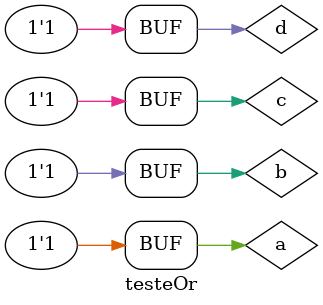
<source format=v>


module portaOr (output s, input a, input b, input c,input d );
assign s = a | b | c | d;

endmodule

//-- criar outro module  porta or  com 2 entrada
module portaOr1 (output s1, input a1, input b1);
assign s1= a1 | b1;

endmodule

//-- criar teste de module
module testeOr;

//--definir os dados
reg a, b, c, d, a1, b1, c1, d1;
wire s, s1, s2, s3;

//--criar porta
portaOr or1 (s, a, b, c, d );
portaOr1 or2 (s1, a1, b1);
portaOr1 or3 (s2, c1, d1);
portaOr1 or4 (s3, s1, s2);

//--prepara execução

initial begin: start
a=0; b=0; c=0; d=0;
end

//-- inicia execução
initial begin 

#1 $display ("guia0110 - Felipe Barros - 376508");
#1 $display ("tabela verdade de porta or com 4 entradas e outro modulo com 2 entrada de or");
#1 $display ("a & b & c & d = s ");
#1 $monitor ("%b   %b   %b   %b   %b", a, b, c, d, s);
#1 a=0; b=0; c=0; d=0;
#1 a=0; b=0; c=0; d=1;
#1 a=0; b=0; c=1; d=0;
#1 a=0; b=0; c=1; d=1;
#1 a=0; b=1; c=0; d=0;
#1 a=0; b=1; c=0; d=1;
#1 a=0; b=1; c=1; d=0;
#1 a=0; b=1; c=1; d=1;
#1 a=1; b=0; c=0; d=0;
#1 a=1; b=0; c=0; d=1;
#1 a=1; b=0; c=1; d=0;
#1 a=1; b=0; c=1; d=1;
#1 a=1; b=1; c=0; d=0;
#1 a=1; b=1; c=0; d=1;
#1 a=1; b=1; c=1; d=0;
#1 a=1; b=1; c=1; d=1;

end //-- fim de execução

endmodule //-- fim de teste de module

</source>
